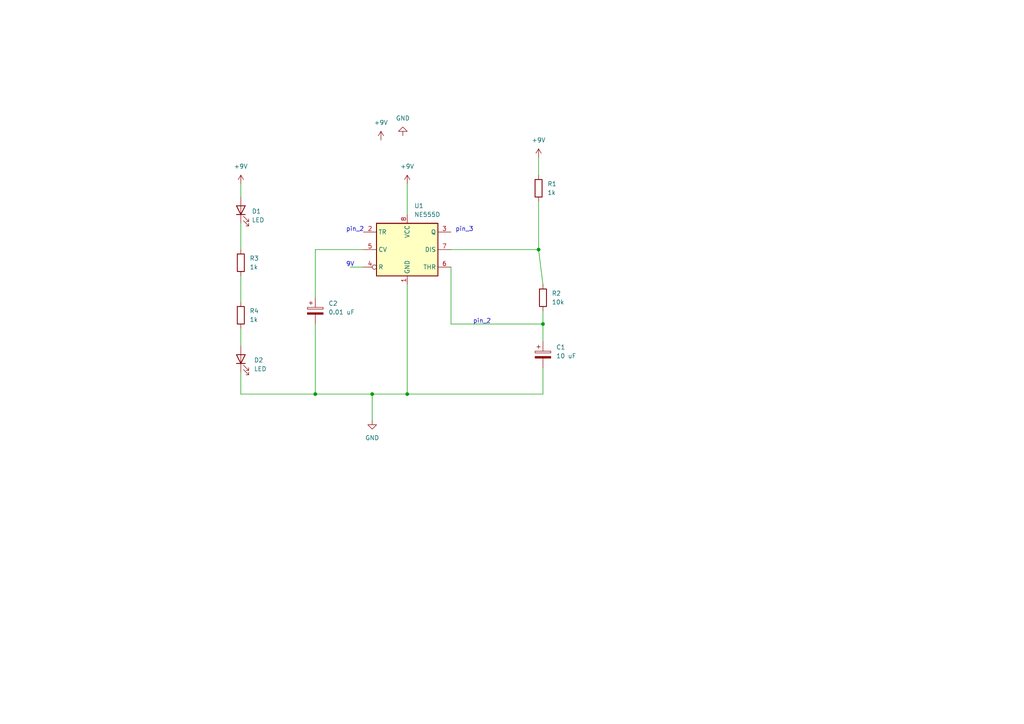
<source format=kicad_sch>
(kicad_sch (version 20211123) (generator eeschema)
  (paper "A4")
  (lib_symbols
    (symbol "Device:C_Polarized" (pin_numbers hide) (pin_names (offset 0.254))
      (property "Reference" "C" (at 0.635 2.54 0))
      (property "Value" "C_Polarized" (at 0.635 -2.54 0))
      (symbol "C_Polarized_0_1"
        (rectangle (start -2.286 0.508) (end 2.286 1.016))
        (polyline (pts (xy -1.778 2.286) (xy -0.762 2.286)))
        (polyline (pts (xy -1.27 2.794) (xy -1.27 1.778)))
        (rectangle (start 2.286 -0.508) (end -2.286 -1.016) (fill (type outline)))
      )
      (symbol "C_Polarized_1_1"
        (pin passive line (at 0 3.81 270) (length 2.794) (name "~") (number "1"))
        (pin passive line (at 0 -3.81 90) (length 2.794) (name "~") (number "2"))
      )
    )
    (symbol "Device:LED" (pin_numbers hide) (pin_names (offset 1.016) hide)
      (property "Reference" "D" (at 0 2.54 0))
      (property "Value" "LED" (at 0 -2.54 0))
      (symbol "LED_0_1"
        (polyline (pts (xy -1.27 -1.27) (xy -1.27 1.27)) (stroke (width 0.254)))
        (polyline (pts (xy -1.27 0) (xy 1.27 0)))
        (polyline (pts (xy 1.27 -1.27) (xy 1.27 1.27) (xy -1.27 0) (xy 1.27 -1.27)) (stroke (width 0.254)))
        (polyline (pts (xy -3.048 -0.762) (xy -4.572 -2.286) (xy -3.81 -2.286) (xy -4.572 -2.286) (xy -4.572 -1.524)))
        (polyline (pts (xy -1.778 -0.762) (xy -3.302 -2.286) (xy -2.54 -2.286) (xy -3.302 -2.286) (xy -3.302 -1.524)))
      )
      (symbol "LED_1_1"
        (pin passive line (at -3.81 0 0) (length 2.54) (name "K") (number "1"))
        (pin passive line (at 3.81 0 180) (length 2.54) (name "A") (number "2"))
      )
    )
    (symbol "Device:R" (pin_numbers hide) (pin_names (offset 0))
      (property "Reference" "R" (at 2.032 0 90))
      (property "Value" "R" (at 0 0 90))
      (symbol "R_0_1"
        (rectangle (start -1.016 -2.54) (end 1.016 2.54) (stroke (width 0.254)))
      )
      (symbol "R_1_1"
        (pin passive line (at 0 3.81 270) (length 1.27) (name "~") (number "1"))
        (pin passive line (at 0 -3.81 90) (length 1.27) (name "~") (number "2"))
      )
    )
    (symbol "Timer:NE555D"
      (property "Reference" "U" (at -10.16 8.89 0))
      (property "Value" "NE555D" (at 2.54 8.89 0))
      (symbol "NE555D_0_0"
        (pin power_in line (at 0 -10.16 90) (length 2.54) (name "GND") (number "1"))
        (pin power_in line (at 0 10.16 270) (length 2.54) (name "VCC") (number "8"))
      )
      (symbol "NE555D_0_1"
        (rectangle (start -8.89 -7.62) (end 8.89 7.62) (stroke (width 0.254)) (fill (type background)))
        (rectangle (start -8.89 -7.62) (end 8.89 7.62) (stroke (width 0.254)) (fill (type background)))
      )
      (symbol "NE555D_1_1"
        (pin input line (at -12.7 5.08 0) (length 3.81) (name "TR") (number "2"))
        (pin output line (at 12.7 5.08 180) (length 3.81) (name "Q") (number "3"))
        (pin input inverted (at -12.7 -5.08 0) (length 3.81) (name "R") (number "4"))
        (pin input line (at -12.7 0 0) (length 3.81) (name "CV") (number "5"))
        (pin input line (at 12.7 -5.08 180) (length 3.81) (name "THR") (number "6"))
        (pin input line (at 12.7 0 180) (length 3.81) (name "DIS") (number "7"))
      )
    )
    (symbol "power:+9V" (power) (pin_names (offset 0))
      (property "Value" "+9V" (at 0 3.556 0))
      (symbol "+9V_0_1"
        (polyline (pts (xy -0.762 1.27) (xy 0 2.54)))
        (polyline (pts (xy 0 0) (xy 0 2.54)))
        (polyline (pts (xy 0 2.54) (xy 0.762 1.27)))
      )
      (symbol "+9V_1_1"
        (pin power_in line (at 0 0 90) (length 0) hide (name "+9V") (number "1"))
      )
    )
    (symbol "power:GND" (power) (pin_names (offset 0))
      (property "Value" "GND" (at 0 -3.81 0))
      (symbol "GND_0_1"
        (polyline (pts (xy 0 0) (xy 0 -1.27) (xy 1.27 -1.27) (xy 0 -2.54) (xy -1.27 -1.27) (xy 0 -1.27)))
      )
      (symbol "GND_1_1"
        (pin power_in line (at 0 0 270) (length 0) hide (name "GND") (number "1"))
      )
    )
  )
  (junction (at 118.11 114.3))
  (junction (at 91.44 114.3))
  (junction (at 157.48 93.98))
  (junction (at 156.21 72.39))
  (junction (at 107.95 114.3))
  (wire (pts (xy 157.48 114.3) (xy 118.11 114.3)))
  (wire (pts (xy 105.41 72.39) (xy 91.44 72.39)))
  (wire (pts (xy 157.48 106.68) (xy 157.48 114.3)))
  (wire (pts (xy 130.81 77.47) (xy 130.81 93.98)))
  (wire (pts (xy 118.11 82.55) (xy 118.11 114.3)))
  (wire (pts (xy 91.44 114.3) (xy 91.44 93.98)))
  (wire (pts (xy 69.85 95.25) (xy 69.85 100.33)))
  (wire (pts (xy 130.81 93.98) (xy 157.48 93.98)))
  (wire (pts (xy 69.85 114.3) (xy 91.44 114.3)))
  (wire (pts (xy 101.6 77.47) (xy 105.41 77.47)))
  (wire (pts (xy 157.48 93.98) (xy 157.48 90.17)))
  (wire (pts (xy 157.48 99.06) (xy 157.48 93.98)))
  (wire (pts (xy 157.48 82.55) (xy 156.21 72.39)))
  (wire (pts (xy 118.11 62.23) (xy 118.11 53.34)))
  (wire (pts (xy 156.21 50.8) (xy 156.21 45.72)))
  (wire (pts (xy 69.85 80.01) (xy 69.85 87.63)))
  (wire (pts (xy 130.81 72.39) (xy 156.21 72.39)))
  (wire (pts (xy 69.85 64.77) (xy 69.85 72.39)))
  (wire (pts (xy 107.95 114.3) (xy 91.44 114.3)))
  (wire (pts (xy 107.95 114.3) (xy 107.95 121.92)))
  (wire (pts (xy 69.85 107.95) (xy 69.85 114.3)))
  (wire (pts (xy 118.11 114.3) (xy 107.95 114.3)))
  (wire (pts (xy 91.44 72.39) (xy 91.44 86.36)))
  (wire (pts (xy 69.85 53.34) (xy 69.85 57.15)))
  (wire (pts (xy 156.21 72.39) (xy 156.21 58.42)))
  (text "pin_3\n" (at 132.08 67.31 0) (effects (font (size 1.27 1.27)) (justify left bottom)))
  (text "9V\n" (at 100.33 77.47 0) (effects (font (size 1.27 1.27)) (justify left bottom)))
  (text "pin_2" (at 100.33 67.31 0) (effects (font (size 1.27 1.27)) (justify left bottom)))
  (text "pin_2\n" (at 137.16 93.98 0) (effects (font (size 1.27 1.27)) (justify left bottom)))
  (symbol (lib_id "Device:R") (at 69.85 76.2 0) (unit 1)
    (property "Reference" "R3" (at 72.39 74.9299 0) (effects (justify left)))
    (property "Value" "1k" (at 72.39 77.4699 0) (effects (justify left)))
  )
  (symbol (lib_id "Device:C_Polarized") (at 157.48 102.87 0) (unit 1)
    (property "Reference" "C1" (at 161.29 100.7109 0) (effects (justify left)))
    (property "Value" "10 uF" (at 161.29 103.2509 0) (effects (justify left)))
  )
  (symbol (lib_id "Device:R") (at 156.21 54.61 0) (unit 1)
    (property "Reference" "R1" (at 158.75 53.3399 0) (effects (justify left)))
    (property "Value" "1k" (at 158.75 55.8799 0) (effects (justify left)))
  )
  (symbol (lib_id "power:GND") (at 107.95 121.92 0) (unit 1)
    (property "Reference" "#PWR?" (effects hide))
    (property "Value" "GND" (at 107.95 127 0))
  )
  (symbol (lib_id "power:+9V") (at 156.21 45.72 0) (unit 1)
    (property "Reference" "#PWR?" (effects hide))
    (property "Value" "+9V" (at 156.21 40.64 0))
  )
  (symbol (lib_id "power:GND") (at 116.84 39.37 0) (mirror x) (unit 1)
    (property "Reference" "#PWR?" (effects hide))
    (property "Value" "GND" (at 116.84 34.29 0))
  )
  (symbol (lib_id "Device:R") (at 157.48 86.36 0) (unit 1)
    (property "Reference" "R2" (at 160.02 85.0899 0) (effects (justify left)))
    (property "Value" "10k" (at 160.02 87.6299 0) (effects (justify left)))
  )
  (symbol (lib_id "Timer:NE555D") (at 118.11 72.39 0) (unit 1)
    (property "Reference" "U1" (at 120.1294 59.69 0) (effects (justify left)))
    (property "Value" "NE555D" (at 120.1294 62.23 0) (effects (justify left)))
    (property "Footprint" "Package_SO:SOIC-8_3.9x4.9mm_P1.27mm" (effects hide))
    (property "Datasheet" "http://www.ti.com/lit/ds/symlink/ne555.pdf" (effects hide))
  )
  (symbol (lib_id "power:+9V") (at 69.85 53.34 0) (unit 1)
    (property "Reference" "#PWR?" (effects hide))
    (property "Value" "+9V" (at 69.85 48.26 0))
  )
  (symbol (lib_id "power:+9V") (at 110.49 40.64 0) (unit 1)
    (property "Reference" "#PWR?" (effects hide))
    (property "Value" "+9V" (at 110.49 35.56 0))
  )
  (symbol (lib_id "power:+9V") (at 118.11 53.34 0) (unit 1)
    (property "Reference" "#PWR?" (effects hide))
    (property "Value" "+9V" (at 118.11 48.26 0))
  )
  (symbol (lib_id "Device:C_Polarized") (at 91.44 90.17 0) (unit 1)
    (property "Reference" "C2" (at 95.25 88.0109 0) (effects (justify left)))
    (property "Value" "0.01 uF" (at 95.25 90.5509 0) (effects (justify left)))
  )
  (symbol (lib_id "Device:LED") (at 69.85 104.14 90) (unit 1)
    (property "Reference" "D2" (at 73.66 104.4574 90) (effects (justify right)))
    (property "Value" "LED" (at 73.66 106.9974 90) (effects (justify right)))
  )
  (symbol (lib_id "Device:LED") (at 69.85 60.96 90) (unit 1)
    (property "Reference" "D1" (at 73.025 61.2774 90) (effects (justify right)))
    (property "Value" "LED" (at 73.025 63.8174 90) (effects (justify right)))
  )
  (symbol (lib_id "Device:R") (at 69.85 91.44 0) (unit 1)
    (property "Reference" "R4" (at 72.39 90.1699 0) (effects (justify left)))
    (property "Value" "1k" (at 72.39 92.7099 0) (effects (justify left)))
  )
)
</source>
